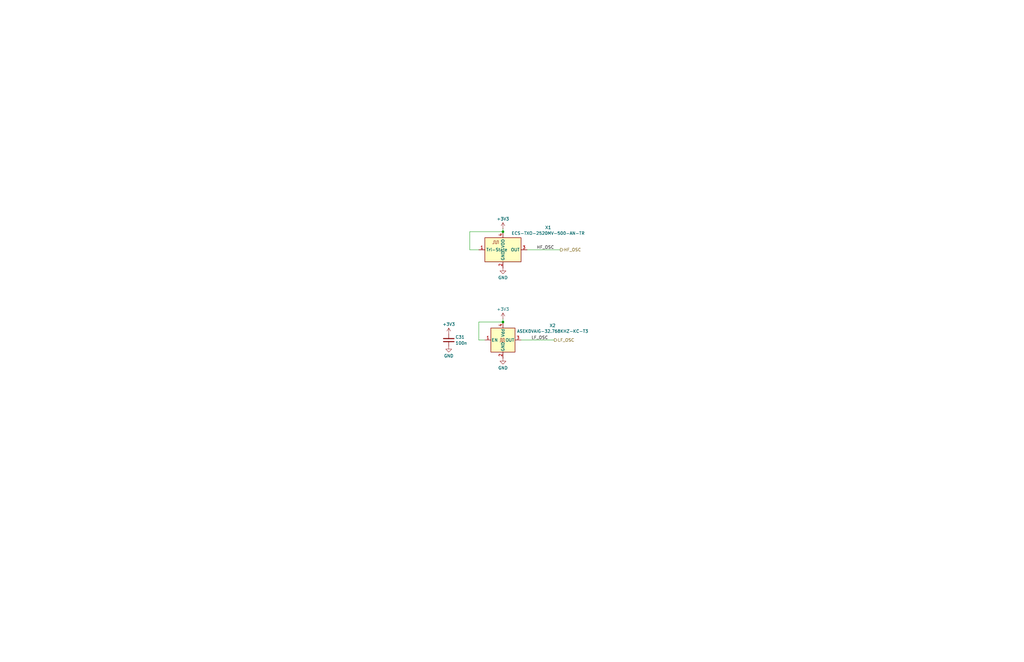
<source format=kicad_sch>
(kicad_sch (version 20231120) (generator "eeschema") (generator_version "8.0")
  (paper "B")
  (title_block (title "Camera Testing Board") (date "2024-10-19") (rev "1") (comment 1 "E. Eidt"))
  (lib_symbols
    (symbol "Oscillator:ASE-xxxMHz" (pin_names (offset 0.254))
      (property "Reference" "X" (at -5.08 6.35 0))
      (property "Value" "ASE-xxxMHz" (at 1.27 -6.35 0))
      (symbol "ASE-xxxMHz_0_1"
        (rectangle (start -5.08 5.08) (end 5.08 -5.08) (stroke (width 0.254)) (fill (type background)))
        (polyline (pts (xy -1.27 -0.762) (xy -1.016 -0.762) (xy -1.016 0.762) (xy -0.508 0.762) (xy -0.508 -0.762) (xy 0 -0.762) (xy 0 0.762) (xy 0.508 0.762) (xy 0.508 -0.762) (xy 0.762 -0.762)))
      )
      (symbol "ASE-xxxMHz_1_1"
        (pin input line (at -7.62 0 0) (length 2.54) (name "EN") (number "1"))
        (pin power_in line (at 0 -7.62 90) (length 2.54) (name "GND") (number "2"))
        (pin output line (at 7.62 0 180) (length 2.54) (name "OUT") (number "3"))
        (pin power_in line (at 0 7.62 270) (length 2.54) (name "Vdd") (number "4"))
      )
    )
    (symbol "Oscillator:ECS-2520MV-xxx-xx"
      (property "Reference" "X" (at -5.08 6.35 0))
      (property "Value" "ECS-2520MV-xxx-xx" (at 1.27 -6.35 0))
      (symbol "ECS-2520MV-xxx-xx_0_1"
        (rectangle (start -7.62 5.08) (end 7.62 -5.08) (stroke (width 0.254)) (fill (type background)))
        (polyline (pts (xy -4.445 2.54) (xy -3.81 2.54) (xy -3.81 3.81) (xy -3.175 3.81) (xy -3.175 2.54) (xy -2.54 2.54) (xy -2.54 3.81) (xy -1.905 3.81) (xy -1.905 2.54)))
      )
      (symbol "ECS-2520MV-xxx-xx_1_1"
        (pin input line (at -10.16 0 0) (length 2.54) (name "Tri-State") (number "1"))
        (pin power_in line (at 0 -7.62 90) (length 2.54) (name "GND") (number "2"))
        (pin output line (at 10.16 0 180) (length 2.54) (name "OUT") (number "3"))
        (pin power_in line (at 0 7.62 270) (length 2.54) (name "VDD") (number "4"))
      )
    )
    (symbol "PCM_SL_Capacitors:100nF_Ceramic"
      (property "Reference" "C" (at 0 6.35 0))
      (property "Value" "100nF_Ceramic" (at 0 3.81 0))
      (symbol "100nF_Ceramic_0_1"
        (rectangle (start -0.762 2.286) (end -0.508 -2.286) (fill (type outline)))
        (rectangle (start 0.508 2.286) (end 0.762 -2.286) (fill (type outline)))
      )
      (symbol "100nF_Ceramic_1_1"
        (pin passive line (at -2.54 0 0) (length 2) (name "~") (number "1"))
        (pin input line (at 2.54 0 180) (length 2) (name "~") (number "2"))
      )
    )
    (symbol "power:+3V3" (power) (pin_numbers hide) (pin_names (offset 0) hide)
      (property "Value" "+3V3" (at 0 3.556 0))
      (symbol "+3V3_0_1"
        (polyline (pts (xy -0.762 1.27) (xy 0 2.54)))
        (polyline (pts (xy 0 0) (xy 0 2.54)))
        (polyline (pts (xy 0 2.54) (xy 0.762 1.27)))
      )
      (symbol "+3V3_1_1"
        (pin power_in line (at 0 0 90) (length 0) (name "~") (number "1"))
      )
    )
    (symbol "power:GND" (power) (pin_numbers hide) (pin_names (offset 0) hide)
      (property "Value" "GND" (at 0 -3.81 0))
      (symbol "GND_0_1"
        (polyline (pts (xy 0 0) (xy 0 -1.27) (xy 1.27 -1.27) (xy 0 -2.54) (xy -1.27 -1.27) (xy 0 -1.27)))
      )
      (symbol "GND_1_1"
        (pin power_in line (at 0 0 270) (length 0) (name "~") (number "1"))
      )
    )
  )
  (junction (at 212.09 97.79))
  (junction (at 212.09 135.89))
  (wire (pts (xy 212.09 96.52) (xy 212.09 97.79)))
  (wire (pts (xy 201.93 135.89) (xy 212.09 135.89)))
  (wire (pts (xy 204.47 143.51) (xy 201.93 143.51)))
  (wire (pts (xy 212.09 134.62) (xy 212.09 135.89)))
  (wire (pts (xy 201.93 143.51) (xy 201.93 135.89)))
  (wire (pts (xy 201.93 105.41) (xy 198.12 105.41)))
  (wire (pts (xy 219.71 143.51) (xy 233.68 143.51)))
  (wire (pts (xy 198.12 97.79) (xy 212.09 97.79)))
  (wire (pts (xy 222.25 105.41) (xy 236.22 105.41)))
  (wire (pts (xy 198.12 105.41) (xy 198.12 97.79)))
  (label "HF_OSC" (at 233.68 105.41 180))
  (label "LF_OSC" (at 231.14 143.51 180))
  (hierarchical_label "HF_OSC" (shape output) (at 236.22 105.41 0))
  (hierarchical_label "LF_OSC" (shape output) (at 233.68 143.51 0))
  (symbol (lib_id "power:GND") (at 212.09 113.03 0) (unit 1)
    (property "Reference" "#PWR051" (effects (hide yes)))
    (property "Value" "GND" (at 212.09 117.1631 0))
    (property "Description" "Power symbol creates a global label with name \"GND\" , ground" (effects (hide yes)))
  )
  (symbol (lib_id "power:+3V3") (at 212.09 134.62 0) (unit 1)
    (property "Reference" "#PWR052" (effects (hide yes)))
    (property "Value" "+3V3" (at 212.09 130.4869 0))
    (property "Description" "Power symbol creates a global label with name \"+3V3\"" (effects (hide yes)))
  )
  (symbol (lib_id "power:+3V3") (at 212.09 96.52 0) (unit 1)
    (property "Reference" "#PWR050" (effects (hide yes)))
    (property "Value" "+3V3" (at 212.09 92.3869 0))
    (property "Description" "Power symbol creates a global label with name \"+3V3\"" (effects (hide yes)))
  )
  (symbol (lib_id "Oscillator:ECS-2520MV-xxx-xx") (at 212.09 105.41 0) (unit 1)
    (property "Reference" "X1" (at 231.14 96.012 0))
    (property "Value" "ECS-TXO-2520MV-500-AN-TR" (at 231.14 98.4363 0))
    (property "Footprint" "Oscillator:Oscillator_SMD_ECS_2520MV-xxx-xx-4Pin_2.5x2.0mm" (effects (hide yes)))
    (property "Datasheet" "https://www.ecsxtal.com/store/pdf/ECS-2520MV.pdf" (effects (hide yes)))
    (property "Description" "HCMOS Crystal Clock Oscillator, 2.5x2.0 mm SMD" (effects (hide yes)))
  )
  (symbol (lib_id "PCM_SL_Capacitors:100nF_Ceramic") (at 189.23 143.51 90) (unit 1)
    (property "Reference" "C31" (at 192.024 142.24 90) (effects (justify right)))
    (property "Value" "100n" (at 192.024 144.78 90) (effects (justify right)))
    (property "Footprint" "Capacitor_SMD:C_0603_1608Metric" (effects (hide yes)))
    (property "Description" "100nF Ceramic Capacitor" (effects (hide yes)))
  )
  (symbol (lib_id "power:+3V3") (at 189.23 140.97 0) (unit 1)
    (property "Reference" "#PWR053" (effects (hide yes)))
    (property "Value" "+3V3" (at 189.23 136.8369 0))
    (property "Description" "Power symbol creates a global label with name \"+3V3\"" (effects (hide yes)))
  )
  (symbol (lib_id "power:GND") (at 189.23 146.05 0) (unit 1)
    (property "Reference" "#PWR054" (effects (hide yes)))
    (property "Value" "GND" (at 189.23 150.1831 0))
    (property "Description" "Power symbol creates a global label with name \"GND\" , ground" (effects (hide yes)))
  )
  (symbol (lib_id "Oscillator:ASE-xxxMHz") (at 212.09 143.51 0) (unit 1)
    (property "Reference" "X2" (at 233.011 137.365 0))
    (property "Value" "ASEKDVAIG-32.768KHZ-KC-T3" (at 233.011 139.7893 0))
    (property "Footprint" "Oscillator:Oscillator_SMD_Abracon_ASE-4Pin_3.2x2.5mm" (effects (hide yes)))
    (property "Datasheet" "http://www.abracon.com/Oscillators/ASV.pdf" (effects (hide yes)))
    (property "Description" "3.3V CMOS SMD Crystal Clock Oscillator, Abracon" (effects (hide yes)))
  )
  (symbol (lib_id "power:GND") (at 212.09 151.13 0) (unit 1)
    (property "Reference" "#PWR055" (effects (hide yes)))
    (property "Value" "GND" (at 212.09 155.2631 0))
    (property "Description" "Power symbol creates a global label with name \"GND\" , ground" (effects (hide yes)))
  )
)
</source>
